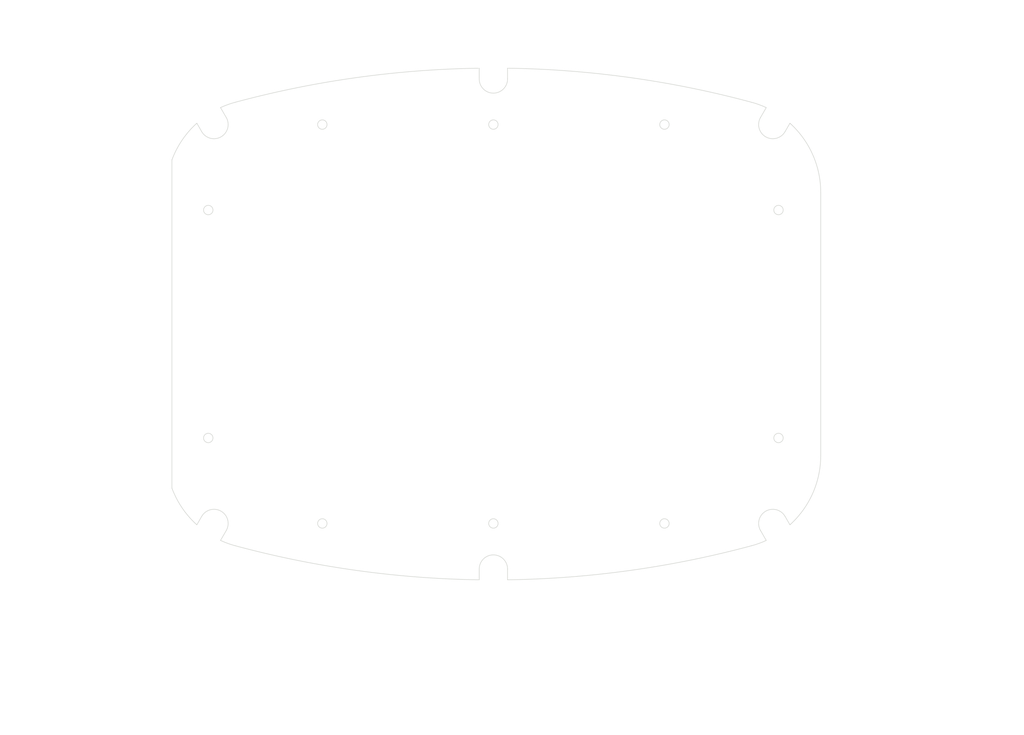
<source format=kicad_pcb>
(kicad_pcb (version 20171130) (host pcbnew "(5.1.0)-1")

  (general
    (thickness 1.6)
    (drawings 175)
    (tracks 0)
    (zones 0)
    (modules 0)
    (nets 1)
  )

  (page A3)
  (layers
    (0 F.Cu signal)
    (31 B.Cu signal)
    (32 B.Adhes user)
    (33 F.Adhes user)
    (34 B.Paste user)
    (35 F.Paste user)
    (36 B.SilkS user)
    (37 F.SilkS user)
    (38 B.Mask user)
    (39 F.Mask user)
    (40 Dwgs.User user)
    (41 Cmts.User user)
    (42 Eco1.User user)
    (43 Eco2.User user)
    (44 Edge.Cuts user)
    (45 Margin user)
    (46 B.CrtYd user)
    (47 F.CrtYd user)
    (48 B.Fab user)
    (49 F.Fab user)
  )

  (setup
    (last_trace_width 0.25)
    (trace_clearance 0.2)
    (zone_clearance 0.508)
    (zone_45_only no)
    (trace_min 0.2)
    (via_size 0.8)
    (via_drill 0.4)
    (via_min_size 0.4)
    (via_min_drill 0.3)
    (uvia_size 0.3)
    (uvia_drill 0.1)
    (uvias_allowed no)
    (uvia_min_size 0.2)
    (uvia_min_drill 0.1)
    (edge_width 0.05)
    (segment_width 0.2)
    (pcb_text_width 0.3)
    (pcb_text_size 1.5 1.5)
    (mod_edge_width 0.12)
    (mod_text_size 1 1)
    (mod_text_width 0.15)
    (pad_size 1.524 1.524)
    (pad_drill 0.762)
    (pad_to_mask_clearance 0.051)
    (solder_mask_min_width 0.25)
    (aux_axis_origin 0 0)
    (visible_elements FFFFEF7F)
    (pcbplotparams
      (layerselection 0x010fc_ffffffff)
      (usegerberextensions false)
      (usegerberattributes false)
      (usegerberadvancedattributes false)
      (creategerberjobfile false)
      (excludeedgelayer true)
      (linewidth 0.152400)
      (plotframeref false)
      (viasonmask false)
      (mode 1)
      (useauxorigin false)
      (hpglpennumber 1)
      (hpglpenspeed 20)
      (hpglpendiameter 15.000000)
      (psnegative false)
      (psa4output false)
      (plotreference true)
      (plotvalue true)
      (plotinvisibletext false)
      (padsonsilk false)
      (subtractmaskfromsilk false)
      (outputformat 1)
      (mirror false)
      (drillshape 1)
      (scaleselection 1)
      (outputdirectory ""))
  )

  (net 0 "")

  (net_class Default "This is the default net class."
    (clearance 0.2)
    (trace_width 0.25)
    (via_dia 0.8)
    (via_drill 0.4)
    (uvia_dia 0.3)
    (uvia_drill 0.1)
  )

  (gr_circle (center 213.274733 65.027318) (end 214.924733 65.027318) (layer Edge.Cuts) (width 0.2))
  (gr_line (start 100.519178 192.610345) (end 100.519178 77.444291) (layer Edge.Cuts) (width 0.2))
  (gr_arc (start 131.275799 88.888326) (end 109.262731 64.549869) (angle -27.46262832) (layer Edge.Cuts) (width 0.2))
  (gr_line (start 109.262731 64.549869) (end 110.972473 67.511229) (layer Edge.Cuts) (width 0.2))
  (gr_arc (start 115.274733 65.027318) (end 110.972473 67.511229) (angle -180) (layer Edge.Cuts) (width 0.2))
  (gr_line (start 119.576992 62.543407) (end 117.571631 59.070019) (layer Edge.Cuts) (width 0.2))
  (gr_arc (start 131.275799 88.888326) (end 122.733151 57.203016) (angle -9.594295978) (layer Edge.Cuts) (width 0.2))
  (gr_arc (start 213.274733 393.028383) (end 208.306911 45.247165) (angle -14.27032283) (layer Edge.Cuts) (width 0.2))
  (gr_line (start 208.306911 45.247165) (end 208.306911 49.027318) (layer Edge.Cuts) (width 0.2))
  (gr_arc (start 213.274733 49.027318) (end 208.306911 49.027318) (angle -180) (layer Edge.Cuts) (width 0.2))
  (gr_line (start 218.242554 49.027318) (end 218.242554 45.247165) (layer Edge.Cuts) (width 0.2))
  (gr_arc (start 213.274733 393.028383) (end 303.816314 57.203016) (angle -14.27032283) (layer Edge.Cuts) (width 0.2))
  (gr_arc (start 295.273666 88.888326) (end 308.977835 59.070019) (angle -9.594295978) (layer Edge.Cuts) (width 0.2))
  (gr_line (start 308.977835 59.070019) (end 306.972473 62.543407) (layer Edge.Cuts) (width 0.2))
  (gr_arc (start 311.274733 65.027318) (end 306.972473 62.543407) (angle -180) (layer Edge.Cuts) (width 0.2))
  (gr_line (start 315.576992 67.511229) (end 317.286734 64.549869) (layer Edge.Cuts) (width 0.2))
  (gr_arc (start 295.273666 88.888326) (end 328.090365 88.888326) (angle -47.87203875) (layer Edge.Cuts) (width 0.2))
  (gr_line (start 328.090365 181.166309) (end 328.090365 88.888326) (layer Edge.Cuts) (width 0.2))
  (gr_circle (center 313.274733 95.027318) (end 314.924733 95.027318) (layer Edge.Cuts) (width 0.2))
  (gr_circle (center 273.274733 65.027318) (end 274.924733 65.027318) (layer Edge.Cuts) (width 0.2))
  (gr_circle (center 153.274733 65.027318) (end 154.924733 65.027318) (layer Edge.Cuts) (width 0.2))
  (gr_circle (center 113.274733 95.027318) (end 114.924733 95.027318) (layer Edge.Cuts) (width 0.2))
  (gr_circle (center 213.274733 205.027318) (end 214.924733 205.027318) (layer Edge.Cuts) (width 0.2))
  (gr_circle (center 113.274733 175.027318) (end 114.924733 175.027318) (layer Edge.Cuts) (width 0.2))
  (gr_circle (center 153.274733 205.027318) (end 154.924733 205.027318) (layer Edge.Cuts) (width 0.2))
  (gr_circle (center 273.274733 205.027318) (end 274.924733 205.027318) (layer Edge.Cuts) (width 0.2))
  (gr_circle (center 313.274733 175.027318) (end 314.924733 175.027318) (layer Edge.Cuts) (width 0.2))
  (gr_arc (start 131.275799 181.166309) (end 100.519178 192.610345) (angle -27.46262832) (layer Edge.Cuts) (width 0.2))
  (gr_line (start 109.262731 205.504767) (end 110.972473 202.543407) (layer Edge.Cuts) (width 0.2))
  (gr_arc (start 115.274733 205.027318) (end 119.576992 207.511229) (angle -180) (layer Edge.Cuts) (width 0.2))
  (gr_line (start 119.576992 207.511229) (end 117.571631 210.984617) (layer Edge.Cuts) (width 0.2))
  (gr_arc (start 131.275799 181.166309) (end 117.571631 210.984617) (angle -9.594295978) (layer Edge.Cuts) (width 0.2))
  (gr_arc (start 213.274733 -122.973749) (end 122.733151 212.851619) (angle -14.27032283) (layer Edge.Cuts) (width 0.2))
  (gr_line (start 208.306911 224.80747) (end 208.306911 221.027318) (layer Edge.Cuts) (width 0.2))
  (gr_arc (start 213.274733 221.027318) (end 218.242554 221.027318) (angle -180) (layer Edge.Cuts) (width 0.2))
  (gr_line (start 218.242554 221.027318) (end 218.242554 224.80747) (layer Edge.Cuts) (width 0.2))
  (gr_arc (start 213.274733 -122.973749) (end 218.242554 224.80747) (angle -14.27032283) (layer Edge.Cuts) (width 0.2))
  (gr_arc (start 295.273666 181.166309) (end 303.816314 212.851619) (angle -9.594295978) (layer Edge.Cuts) (width 0.2))
  (gr_line (start 308.977835 210.984617) (end 306.972473 207.511229) (layer Edge.Cuts) (width 0.2))
  (gr_arc (start 311.274733 205.027318) (end 315.576992 202.543407) (angle -180) (layer Edge.Cuts) (width 0.2))
  (gr_line (start 315.576992 202.543407) (end 317.286734 205.504767) (layer Edge.Cuts) (width 0.2))
  (gr_arc (start 295.273666 181.166309) (end 317.286734 205.504767) (angle -47.87203875) (layer Edge.Cuts) (width 0.2))
  (gr_line (start 213.274733 202.543984) (end 213.274733 207.510651) (layer Dwgs.User) (width 0.2))
  (gr_line (start 215.758066 205.027318) (end 210.791399 205.027318) (layer Dwgs.User) (width 0.2))
  (gr_line (start 213.274733 62.543984) (end 213.274733 67.510651) (layer Dwgs.User) (width 0.2))
  (gr_line (start 215.758066 65.027318) (end 210.791399 65.027318) (layer Dwgs.User) (width 0.2))
  (gr_line (start 313.274733 172.543984) (end 313.274733 177.510651) (layer Dwgs.User) (width 0.2))
  (gr_line (start 315.758066 175.027318) (end 310.791399 175.027318) (layer Dwgs.User) (width 0.2))
  (gr_line (start 313.274733 92.543984) (end 313.274733 97.510651) (layer Dwgs.User) (width 0.2))
  (gr_line (start 315.758066 95.027318) (end 310.791399 95.027318) (layer Dwgs.User) (width 0.2))
  (gr_line (start 113.274733 172.543984) (end 113.274733 177.510651) (layer Dwgs.User) (width 0.2))
  (gr_line (start 115.758066 175.027318) (end 110.791399 175.027318) (layer Dwgs.User) (width 0.2))
  (gr_line (start 113.274733 92.543984) (end 113.274733 97.510651) (layer Dwgs.User) (width 0.2))
  (gr_line (start 115.758066 95.027318) (end 110.791399 95.027318) (layer Dwgs.User) (width 0.2))
  (gr_line (start 273.274733 202.543984) (end 273.274733 207.510651) (layer Dwgs.User) (width 0.2))
  (gr_line (start 275.758066 205.027318) (end 270.791399 205.027318) (layer Dwgs.User) (width 0.2))
  (gr_line (start 153.274733 202.543984) (end 153.274733 207.510651) (layer Dwgs.User) (width 0.2))
  (gr_line (start 155.758066 205.027318) (end 150.791399 205.027318) (layer Dwgs.User) (width 0.2))
  (gr_line (start 273.274733 62.543984) (end 273.274733 67.510651) (layer Dwgs.User) (width 0.2))
  (gr_line (start 275.758066 65.027318) (end 270.791399 65.027318) (layer Dwgs.User) (width 0.2))
  (gr_line (start 153.274733 62.543984) (end 153.274733 67.510651) (layer Dwgs.User) (width 0.2))
  (gr_line (start 155.758066 65.027318) (end 150.791399 65.027318) (layer Dwgs.User) (width 0.2))
  (gr_text [1.57] (at 133.274733 241.37447) (layer Dwgs.User)
    (effects (font (size 2.833333 2.55) (thickness 0.354166)))
  )
  (gr_text " 40.00" (at 133.274733 235.445411) (layer Dwgs.User)
    (effects (font (size 2.833333 2.55) (thickness 0.354166)))
  )
  (gr_line (start 116.608066 238.225368) (end 126.533714 238.225368) (layer Dwgs.User) (width 0.2))
  (gr_line (start 149.941399 238.225368) (end 140.015752 238.225368) (layer Dwgs.User) (width 0.2))
  (gr_line (start 113.274733 179.177318) (end 113.274733 243.517035) (layer Dwgs.User) (width 0.2))
  (gr_line (start 153.274733 206.693984) (end 153.274733 243.517035) (layer Dwgs.User) (width 0.2))
  (gr_line (start 78.112948 201.693984) (end 78.112948 198.360651) (layer Dwgs.User) (width 0.2))
  (gr_line (start 78.112948 228.140804) (end 78.112948 231.474137) (layer Dwgs.User) (width 0.2))
  (gr_line (start 151.608066 205.027318) (end 72.821281 205.027318) (layer Dwgs.User) (width 0.2))
  (gr_line (start 206.640244 224.80747) (end 72.821281 224.80747) (layer Dwgs.User) (width 0.2))
  (gr_text [7.07] (at 48.150338 138.17642) (layer Dwgs.User)
    (effects (font (size 2.833333 2.55) (thickness 0.354166)))
  )
  (gr_text " 179.56" (at 48.150338 132.247361) (layer Dwgs.User)
    (effects (font (size 2.833333 2.55) (thickness 0.354166)))
  )
  (gr_line (start 48.150338 221.474137) (end 48.150338 140.956376) (layer Dwgs.User) (width 0.2))
  (gr_line (start 48.150338 48.580498) (end 48.150338 129.098259) (layer Dwgs.User) (width 0.2))
  (gr_line (start 206.640244 224.80747) (end 42.858671 224.80747) (layer Dwgs.User) (width 0.2))
  (gr_line (start 206.640244 45.247165) (end 42.858671 45.247165) (layer Dwgs.User) (width 0.2))
  (gr_text [3.15] (at 129.941399 138.17642) (layer Dwgs.User)
    (effects (font (size 2.833333 2.55) (thickness 0.354166)))
  )
  (gr_text " 80.00" (at 129.941399 132.247361) (layer Dwgs.User)
    (effects (font (size 2.833333 2.55) (thickness 0.354166)))
  )
  (gr_line (start 129.941399 171.693984) (end 129.941399 140.956376) (layer Dwgs.User) (width 0.2))
  (gr_line (start 129.941399 98.360651) (end 129.941399 129.098259) (layer Dwgs.User) (width 0.2))
  (gr_line (start 114.941399 175.027318) (end 135.233066 175.027318) (layer Dwgs.User) (width 0.2))
  (gr_line (start 114.941399 95.027318) (end 135.233066 95.027318) (layer Dwgs.User) (width 0.2))
  (gr_text [1.96] (at 343.917441 211.842598) (layer Dwgs.User)
    (effects (font (size 2.833333 2.55) (thickness 0.354166)))
  )
  (gr_text " 49.78" (at 343.917441 205.913539) (layer Dwgs.User)
    (effects (font (size 2.833333 2.55) (thickness 0.354166)))
  )
  (gr_line (start 343.917441 178.360651) (end 343.917441 202.764437) (layer Dwgs.User) (width 0.2))
  (gr_line (start 343.917441 221.474137) (end 343.917441 214.622555) (layer Dwgs.User) (width 0.2))
  (gr_line (start 314.941399 175.027318) (end 349.209108 175.027318) (layer Dwgs.User) (width 0.2))
  (gr_line (start 219.909221 224.80747) (end 349.209108 224.80747) (layer Dwgs.User) (width 0.2))
  (gr_text [3.15] (at 343.917441 135.650127) (layer Dwgs.User)
    (effects (font (size 2.833333 2.55) (thickness 0.354166)))
  )
  (gr_text " 80.00" (at 343.917441 129.721068) (layer Dwgs.User)
    (effects (font (size 2.833333 2.55) (thickness 0.354166)))
  )
  (gr_line (start 343.917441 171.693984) (end 343.917441 138.430084) (layer Dwgs.User) (width 0.2))
  (gr_line (start 343.917441 98.360651) (end 343.917441 126.571966) (layer Dwgs.User) (width 0.2))
  (gr_line (start 314.941399 175.027318) (end 349.209108 175.027318) (layer Dwgs.User) (width 0.2))
  (gr_line (start 314.941399 95.027318) (end 349.209108 95.027318) (layer Dwgs.User) (width 0.2))
  (gr_text [5.51] (at 233.296909 138.17642) (layer Dwgs.User)
    (effects (font (size 2.833333 2.55) (thickness 0.354166)))
  )
  (gr_text " 140.00" (at 233.296909 132.247361) (layer Dwgs.User)
    (effects (font (size 2.833333 2.55) (thickness 0.354166)))
  )
  (gr_line (start 233.296909 201.693984) (end 233.296909 140.956376) (layer Dwgs.User) (width 0.2))
  (gr_line (start 233.296909 68.360651) (end 233.296909 129.098259) (layer Dwgs.User) (width 0.2))
  (gr_line (start 214.941399 205.027318) (end 238.588575 205.027318) (layer Dwgs.User) (width 0.2))
  (gr_line (start 214.941399 65.027318) (end 238.588575 65.027318) (layer Dwgs.User) (width 0.2))
  (gr_text [R1.29] (at 79.895003 62.469918) (layer Dwgs.User)
    (effects (font (size 2.833333 2.55) (thickness 0.354166)))
  )
  (gr_text " R32.82" (at 79.895003 56.539893) (layer Dwgs.User)
    (effects (font (size 2.833333 2.55) (thickness 0.354166)))
  )
  (gr_line (start 94.083156 59.320816) (end 102.978243 66.392257) (layer Dwgs.User) (width 0.2))
  (gr_line (start 88.055588 59.320816) (end 94.083156 59.320816) (layer Dwgs.User) (width 0.2))
  (gr_text [R1.29] (at 360.427147 63.36386) (layer Dwgs.User)
    (effects (font (size 2.833333 2.55) (thickness 0.354166)))
  )
  (gr_text " R32.82" (at 360.427147 57.433835) (layer Dwgs.User)
    (effects (font (size 2.833333 2.55) (thickness 0.354166)))
  )
  (gr_line (start 346.475927 60.214758) (end 326.814707 71.225157) (layer Dwgs.User) (width 0.2))
  (gr_line (start 352.266562 60.214758) (end 346.475927 60.214758) (layer Dwgs.User) (width 0.2))
  (gr_text [5.13] (at 391.456642 134.599836) (layer Dwgs.User)
    (effects (font (size 2.833333 2.55) (thickness 0.354166)))
  )
  (gr_text " 130.22" (at 391.456642 128.669811) (layer Dwgs.User)
    (effects (font (size 2.833333 2.55) (thickness 0.354166)))
  )
  (gr_line (start 391.456642 196.801635) (end 391.456642 137.380759) (layer Dwgs.User) (width 0.2))
  (gr_line (start 391.456642 73.253) (end 391.456642 125.520709) (layer Dwgs.User) (width 0.2))
  (gr_line (start 313.804053 200.134968) (end 396.748309 200.134968) (layer Dwgs.User) (width 0.2))
  (gr_line (start 313.804053 69.919667) (end 396.748309 69.919667) (layer Dwgs.User) (width 0.2))
  (gr_text [6.38] (at 186.608066 137.034681) (layer Dwgs.User)
    (effects (font (size 2.833333 2.55) (thickness 0.354166)))
  )
  (gr_text " 162.06" (at 186.608066 131.105622) (layer Dwgs.User)
    (effects (font (size 2.833333 2.55) (thickness 0.354166)))
  )
  (gr_line (start 186.608066 212.726163) (end 186.608066 139.814638) (layer Dwgs.User) (width 0.2))
  (gr_line (start 186.608066 57.328473) (end 186.608066 127.95652) (layer Dwgs.User) (width 0.2))
  (gr_line (start 211.608066 216.059496) (end 181.316399 216.059496) (layer Dwgs.User) (width 0.2))
  (gr_line (start 211.608066 53.995139) (end 181.316399 53.995139) (layer Dwgs.User) (width 0.2))
  (gr_text [4.53] (at 78.112948 142.258384) (layer Dwgs.User)
    (effects (font (size 2.833333 2.55) (thickness 0.354166)))
  )
  (gr_text " 115.17" (at 78.112948 136.329325) (layer Dwgs.User)
    (effects (font (size 2.833333 2.55) (thickness 0.354166)))
  )
  (gr_line (start 78.112948 80.777624) (end 78.112948 133.180223) (layer Dwgs.User) (width 0.2))
  (gr_line (start 78.112948 189.277011) (end 78.112948 145.038341) (layer Dwgs.User) (width 0.2))
  (gr_line (start 98.852511 77.444291) (end 72.821281 77.444291) (layer Dwgs.User) (width 0.2))
  (gr_line (start 98.852511 192.610345) (end 72.821281 192.610345) (layer Dwgs.User) (width 0.2))
  (gr_text [3.63] (at 368.195111 147.499035) (layer Dwgs.User)
    (effects (font (size 2.833333 2.55) (thickness 0.354166)))
  )
  (gr_text " 92.28" (at 368.195111 141.569977) (layer Dwgs.User)
    (effects (font (size 2.833333 2.55) (thickness 0.354166)))
  )
  (gr_line (start 368.195111 177.832976) (end 368.195111 150.278992) (layer Dwgs.User) (width 0.2))
  (gr_line (start 368.195111 92.22166) (end 368.195111 138.420875) (layer Dwgs.User) (width 0.2))
  (gr_line (start 329.757031 181.166309) (end 373.486778 181.166309) (layer Dwgs.User) (width 0.2))
  (gr_line (start 329.757031 88.888326) (end 373.486778 88.888326) (layer Dwgs.User) (width 0.2))
  (gr_text [2.36] (at 184.013599 241.37447) (layer Dwgs.User)
    (effects (font (size 2.833333 2.55) (thickness 0.354166)))
  )
  (gr_text " 60.00" (at 184.013599 235.445411) (layer Dwgs.User)
    (effects (font (size 2.833333 2.55) (thickness 0.354166)))
  )
  (gr_line (start 209.941399 238.225368) (end 190.754618 238.225368) (layer Dwgs.User) (width 0.2))
  (gr_line (start 156.608066 238.225368) (end 177.27258 238.225368) (layer Dwgs.User) (width 0.2))
  (gr_line (start 213.274733 206.693984) (end 213.274733 243.517035) (layer Dwgs.User) (width 0.2))
  (gr_line (start 153.274733 206.693984) (end 153.274733 243.517035) (layer Dwgs.User) (width 0.2))
  (gr_text [4.44] (at 166.903842 260.270671) (layer Dwgs.User)
    (effects (font (size 2.833333 2.55) (thickness 0.354166)))
  )
  (gr_text " 112.76" (at 166.903842 254.34741) (layer Dwgs.User)
    (effects (font (size 2.833333 2.55) (thickness 0.354166)))
  )
  (gr_line (start 209.941399 257.127367) (end 174.749397 257.127367) (layer Dwgs.User) (width 0.2))
  (gr_line (start 103.852511 257.127367) (end 159.058287 257.127367) (layer Dwgs.User) (width 0.2))
  (gr_line (start 213.274733 206.693984) (end 213.274733 262.419033) (layer Dwgs.User) (width 0.2))
  (gr_line (start 100.519178 194.277011) (end 100.519178 262.419033) (layer Dwgs.User) (width 0.2))
  (gr_text [4.52] (at 270.682549 260.276469) (layer Dwgs.User)
    (effects (font (size 2.833333 2.55) (thickness 0.354166)))
  )
  (gr_text " 114.82" (at 270.682549 254.34741) (layer Dwgs.User)
    (effects (font (size 2.833333 2.55) (thickness 0.354166)))
  )
  (gr_line (start 216.608066 257.127367) (end 262.850522 257.127367) (layer Dwgs.User) (width 0.2))
  (gr_line (start 324.757031 257.127367) (end 278.514575 257.127367) (layer Dwgs.User) (width 0.2))
  (gr_line (start 213.274733 206.693984) (end 213.274733 262.419033) (layer Dwgs.User) (width 0.2))
  (gr_line (start 328.090365 182.832976) (end 328.090365 262.419033) (layer Dwgs.User) (width 0.2))
  (gr_text [R13.69] (at 265.884176 29.516494) (layer Dwgs.User)
    (effects (font (size 2.833333 2.55) (thickness 0.354166)))
  )
  (gr_text " R347.82" (at 265.884176 23.586469) (layer Dwgs.User)
    (effects (font (size 2.833333 2.55) (thickness 0.354166)))
  )
  (gr_line (start 252.850131 26.367392) (end 250.9571 43.906079) (layer Dwgs.User) (width 0.2))
  (gr_line (start 256.622921 26.367392) (end 252.850131 26.367392) (layer Dwgs.User) (width 0.2))
  (gr_text [.34] (at 186.608066 33.099619) (layer Dwgs.User)
    (effects (font (size 2.833333 2.55) (thickness 0.354166)))
  )
  (gr_text " 8.75" (at 186.608066 27.170561) (layer Dwgs.User)
    (effects (font (size 2.833333 2.55) (thickness 0.354166)))
  )
  (gr_line (start 177.618923 29.950517) (end 180.952256 29.950517) (layer Dwgs.User) (width 0.2))
  (gr_line (start 177.618923 41.913832) (end 177.618923 29.950517) (layer Dwgs.User) (width 0.2))
  (gr_line (start 177.618923 57.328473) (end 177.618923 60.661806) (layer Dwgs.User) (width 0.2))
  (gr_line (start 206.640244 45.247165) (end 172.327256 45.247165) (layer Dwgs.User) (width 0.2))
  (gr_line (start 211.608066 53.995139) (end 172.327256 53.995139) (layer Dwgs.User) (width 0.2))
  (gr_text [.39] (at 235.656631 30.308086) (layer Dwgs.User)
    (effects (font (size 2.833333 2.55) (thickness 0.354166)))
  )
  (gr_text " 9.94" (at 235.656631 24.379027) (layer Dwgs.User)
    (effects (font (size 2.833333 2.55) (thickness 0.354166)))
  )
  (gr_line (start 221.575888 27.158984) (end 230.017249 27.158984) (layer Dwgs.User) (width 0.2))
  (gr_line (start 204.973578 27.158984) (end 201.640244 27.158984) (layer Dwgs.User) (width 0.2))
  (gr_line (start 208.306911 43.580498) (end 208.306911 21.867317) (layer Dwgs.User) (width 0.2))
  (gr_line (start 218.242554 43.580498) (end 218.242554 21.867317) (layer Dwgs.User) (width 0.2))
  (gr_text [8.96] (at 209.305437 277.040371) (layer Dwgs.User)
    (effects (font (size 2.833333 2.55) (thickness 0.354166)))
  )
  (gr_text " 227.57" (at 209.305437 271.111312) (layer Dwgs.User)
    (effects (font (size 2.833333 2.55) (thickness 0.354166)))
  )
  (gr_line (start 103.852511 273.891269) (end 201.458915 273.891269) (layer Dwgs.User) (width 0.2))
  (gr_line (start 324.757031 273.891269) (end 217.151958 273.891269) (layer Dwgs.User) (width 0.2))
  (gr_line (start 100.519178 194.277011) (end 100.519178 279.182936) (layer Dwgs.User) (width 0.2))
  (gr_line (start 328.090365 182.832976) (end 328.090365 279.182936) (layer Dwgs.User) (width 0.2))

)

</source>
